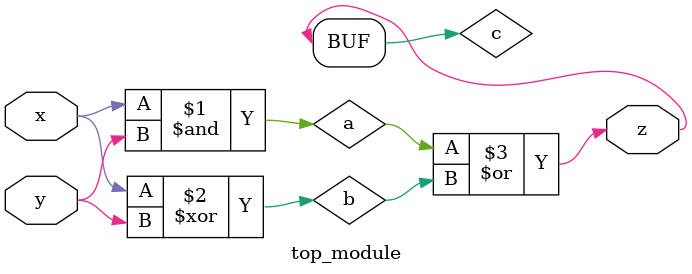
<source format=sv>
module top_module(
  input x,
  input y,
  output z);

  wire a, b, c;

  // First gate
  and gate1(a, x, y);     // a = x AND y

  // Second gate
  xor gate2(b, x, y);      // b = x XOR y

  // Third gate
  or gate3(c, a, b);      // c = a OR b
  
  // Fourth gate
  buf gate4(z, c);       // z = c

endmodule

</source>
